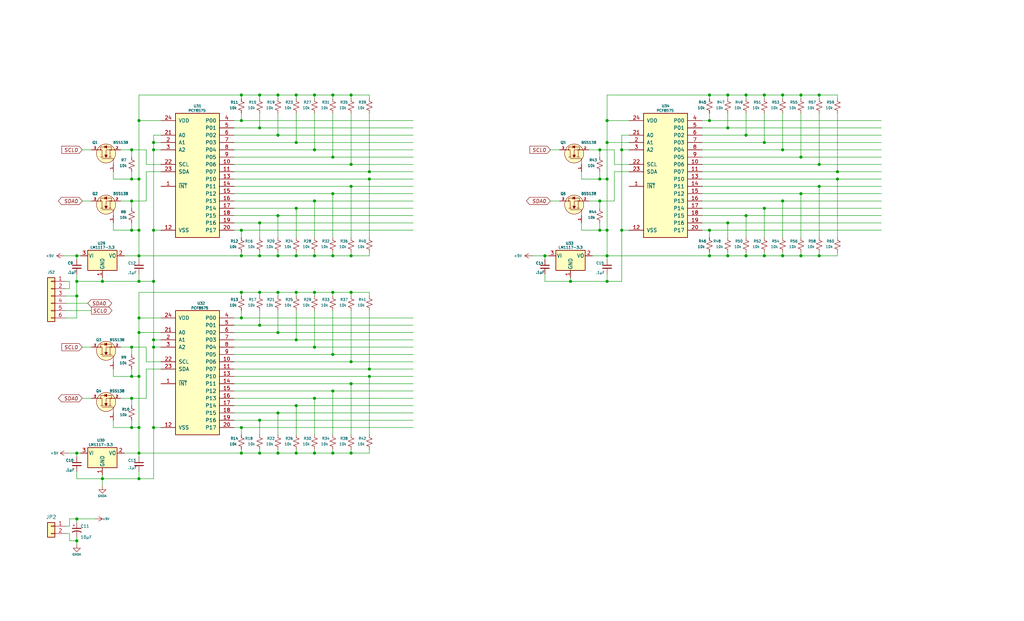
<source format=kicad_sch>
(kicad_sch (version 20250114) (generator "eeschema") (generator_version "9.0")
  (paper "USLegal")
  (title_block (title "Discrete Digital") (date "2025-01-16") (rev "1.8") (comment 1 "In Development "))
  (lib_symbols
    (symbol "Connector_Generic:Conn_01x02" (pin_names (offset 1.016) (hide yes))
      (property "Reference" "J" (at 0 2.54 0))
      (property "Value" "Conn_01x02" (at 0 -5.08 0))
      (symbol "Conn_01x02_1_1"
        (pin passive line (at -5.08 0 0) (length 3.81) (name "Pin_1") (number "1"))
        (pin passive line (at -5.08 -2.54 0) (length 3.81) (name "Pin_2") (number "2"))
      )
    )
    (symbol "Connector_Generic:Conn_01x06" (pin_names (offset 1.016) (hide yes))
      (property "Reference" "J" (at 0 7.62 0))
      (property "Value" "Conn_01x06" (at 0 -10.16 0))
      (symbol "Conn_01x06_1_1"
        (pin passive line (at -5.08 5.08 0) (length 3.81) (name "Pin_1") (number "1"))
        (pin passive line (at -5.08 2.54 0) (length 3.81) (name "Pin_2") (number "2"))
        (pin passive line (at -5.08 0 0) (length 3.81) (name "Pin_3") (number "3"))
        (pin passive line (at -5.08 -2.54 0) (length 3.81) (name "Pin_4") (number "4"))
        (pin passive line (at -5.08 -5.08 0) (length 3.81) (name "Pin_5") (number "5"))
        (pin passive line (at -5.08 -7.62 0) (length 3.81) (name "Pin_6") (number "6"))
      )
    )
    (symbol "Device:C_Polarized_Small_US" (pin_numbers (hide yes)) (pin_names (offset 0.254) (hide yes))
      (property "Reference" "C" (at 0.254 1.778 0))
      (property "Value" "C_Polarized_Small_US" (at 0.254 -2.032 0))
      (symbol "C_Polarized_Small_US_1_1"
        (pin passive line (at 0 2.54 270) (length 2.032) (name "~") (number "1"))
        (pin passive line (at 0 -2.54 90) (length 2.032) (name "~") (number "2"))
      )
    )
    (symbol "Device:C_Small" (pin_numbers (hide yes)) (pin_names (offset 0.254) (hide yes))
      (property "Reference" "C" (at 0.254 1.778 0))
      (property "Value" "C_Small" (at 0.254 -2.032 0))
      (symbol "C_Small_1_1"
        (pin passive line (at 0 2.54 270) (length 2.032) (name "~") (number "1"))
        (pin passive line (at 0 -2.54 90) (length 2.032) (name "~") (number "2"))
      )
    )
    (symbol "Device:R_Small_US" (pin_numbers (hide yes)) (pin_names (offset 0.254) (hide yes))
      (property "Reference" "R" (at 0.762 0.508 0))
      (property "Value" "R_Small_US" (at 0.762 -1.016 0))
      (symbol "R_Small_US_1_1"
        (pin passive line (at 0 2.54 270) (length 1.016) (name "~") (number "1"))
        (pin passive line (at 0 -2.54 90) (length 1.016) (name "~") (number "2"))
      )
    )
    (symbol "NXP:PCF8575" (pin_names (offset 1.016))
      (property "Reference" "U" (at 0 7.62 0))
      (property "Value" "PCF8575" (at 0 5.08 0))
      (symbol "PCF8575_1_1"
        (pin power_in line (at -12.7 0 0) (length 5.08) (name "VDD") (number "24"))
        (pin input line (at -12.7 -5.08 0) (length 5.08) (name "A0") (number "21"))
        (pin input line (at -12.7 -7.62 0) (length 5.08) (name "A1") (number "2"))
        (pin input line (at -12.7 -10.16 0) (length 5.08) (name "A2") (number "3"))
        (pin input line (at -12.7 -15.24 0) (length 5.08) (name "SCL") (number "22"))
        (pin open_collector line (at -12.7 -17.78 0) (length 5.08) (name "SDA") (number "23"))
        (pin open_collector line (at -12.7 -22.86 0) (length 5.08) (name "~{INT}") (number "1"))
        (pin power_in line (at -12.7 -38.1 0) (length 5.08) (name "VSS") (number "12"))
        (pin bidirectional line (at 12.7 0 180) (length 5.08) (name "P00") (number "4"))
        (pin bidirectional line (at 12.7 -2.54 180) (length 5.08) (name "P01") (number "5"))
        (pin bidirectional line (at 12.7 -5.08 180) (length 5.08) (name "P02") (number "6"))
        (pin bidirectional line (at 12.7 -7.62 180) (length 5.08) (name "P03") (number "7"))
        (pin bidirectional line (at 12.7 -10.16 180) (length 5.08) (name "P04") (number "8"))
        (pin bidirectional line (at 12.7 -12.7 180) (length 5.08) (name "P05") (number "9"))
        (pin bidirectional line (at 12.7 -15.24 180) (length 5.08) (name "P06") (number "10"))
        (pin bidirectional line (at 12.7 -17.78 180) (length 5.08) (name "P07") (number "11"))
        (pin bidirectional line (at 12.7 -20.32 180) (length 5.08) (name "P10") (number "13"))
        (pin bidirectional line (at 12.7 -22.86 180) (length 5.08) (name "P11") (number "14"))
        (pin bidirectional line (at 12.7 -25.4 180) (length 5.08) (name "P12") (number "15"))
        (pin bidirectional line (at 12.7 -27.94 180) (length 5.08) (name "P13") (number "16"))
        (pin bidirectional line (at 12.7 -30.48 180) (length 5.08) (name "P14") (number "17"))
        (pin bidirectional line (at 12.7 -33.02 180) (length 5.08) (name "P15") (number "18"))
        (pin bidirectional line (at 12.7 -35.56 180) (length 5.08) (name "P16") (number "19"))
        (pin bidirectional line (at 12.7 -38.1 180) (length 5.08) (name "P17") (number "20"))
      )
    )
    (symbol "Regulator_Linear:LM1117-3.3" (pin_names (offset 0.254))
      (property "Reference" "U" (at -3.81 3.175 0))
      (property "Value" "LM1117-3.3" (at 0 3.175 0))
      (symbol "LM1117-3.3_1_1"
        (pin power_in line (at -7.62 0 0) (length 2.54) (name "VI") (number "3"))
        (pin power_in line (at 0 -7.62 90) (length 2.54) (name "GND") (number "1"))
        (pin power_out line (at 7.62 0 180) (length 2.54) (name "VO") (number "2"))
      )
    )
    (symbol "dk_Transistors-FETs-MOSFETs-Single:BSS138" (pin_names (offset 0))
      (property "Reference" "Q?" (at -3.1496 -3.6576 90))
      (property "Value" "BSS138" (at -3.1496 4.4958 90))
      (symbol "BSS138_1_1"
        (pin bidirectional line (at -7.62 -2.54 0) (length 2.54) (name "") (number "1"))
        (pin bidirectional line (at 0 5.08 270) (length 2.54) (name "") (number "3"))
        (pin bidirectional line (at 0 -5.08 90) (length 2.54) (name "") (number "2"))
      )
    )
    (symbol "power:+12V" (power) (pin_names (offset 0))
      (property "Value" "+12V" (at 0 3.556 0))
      (symbol "+12V_1_1"
        (pin power_in line (at 0 0 90) (length 0) (hide yes) (name "+12V") (number "1"))
      )
    )
    (symbol "power:+5VD" (power) (pin_names (offset 0))
      (property "Value" "+5VD" (at 0 3.556 0))
      (symbol "+5VD_1_1"
        (pin power_in line (at 0 0 90) (length 0) (hide yes) (name "+5VD") (number "1"))
      )
    )
    (symbol "power:GNDA" (power) (pin_names (offset 0))
      (property "Value" "GNDA" (at 0 -3.81 0))
      (symbol "GNDA_1_1"
        (pin power_in line (at 0 0 270) (length 0) (hide yes) (name "GNDA") (number "1"))
      )
    )
  )
  (junction (at 215.9 52.07))
  (junction (at 83.82 88.9))
  (junction (at 48.26 110.49))
  (junction (at 210.82 97.79))
  (junction (at 290.83 59.69))
  (junction (at 96.52 101.6))
  (junction (at 115.57 135.89))
  (junction (at 259.08 74.93))
  (junction (at 48.26 166.37))
  (junction (at 271.78 69.85))
  (junction (at 83.82 41.91))
  (junction (at 26.67 157.48))
  (junction (at 45.72 138.43))
  (junction (at 90.17 146.05))
  (junction (at 208.28 80.01))
  (junction (at 96.52 74.93))
  (junction (at 246.38 80.01))
  (junction (at 271.78 52.07))
  (junction (at 45.72 69.85))
  (junction (at 109.22 120.65))
  (junction (at 45.72 130.81))
  (junction (at 210.82 80.01))
  (junction (at 96.52 46.99))
  (junction (at 53.34 80.01))
  (junction (at 215.9 80.01))
  (junction (at 96.52 88.9))
  (junction (at 102.87 101.6))
  (junction (at 45.72 80.01))
  (junction (at 48.26 157.48))
  (junction (at 128.27 130.81))
  (junction (at 96.52 157.48))
  (junction (at 121.92 133.35))
  (junction (at 128.27 59.69))
  (junction (at 115.57 54.61))
  (junction (at 83.82 148.59))
  (junction (at 208.28 52.07))
  (junction (at 208.28 69.85))
  (junction (at 128.27 62.23))
  (junction (at 109.22 69.85))
  (junction (at 265.43 72.39))
  (junction (at 83.82 101.6))
  (junction (at 290.83 62.23))
  (junction (at 115.57 123.19))
  (junction (at 26.67 187.96))
  (junction (at 83.82 110.49))
  (junction (at 121.92 101.6))
  (junction (at 53.34 148.59))
  (junction (at 96.52 115.57))
  (junction (at 121.92 157.48))
  (junction (at 48.26 97.79))
  (junction (at 115.57 67.31))
  (junction (at 115.57 88.9))
  (junction (at 48.26 148.59))
  (junction (at 53.34 97.79))
  (junction (at 109.22 33.02))
  (junction (at 271.78 33.02))
  (junction (at 121.92 88.9))
  (junction (at 121.92 33.02))
  (junction (at 259.08 33.02))
  (junction (at 109.22 157.48))
  (junction (at 53.34 49.53))
  (junction (at 265.43 49.53))
  (junction (at 102.87 49.53))
  (junction (at 102.87 140.97))
  (junction (at 109.22 101.6))
  (junction (at 48.26 130.81))
  (junction (at 115.57 157.48))
  (junction (at 278.13 54.61))
  (junction (at 102.87 88.9))
  (junction (at 252.73 88.9))
  (junction (at 109.22 52.07))
  (junction (at 265.43 33.02))
  (junction (at 96.52 33.02))
  (junction (at 109.22 138.43))
  (junction (at 259.08 46.99))
  (junction (at 210.82 62.23))
  (junction (at 252.73 33.02))
  (junction (at 210.82 49.53))
  (junction (at 45.72 62.23))
  (junction (at 48.26 62.23))
  (junction (at 53.34 120.65))
  (junction (at 210.82 88.9))
  (junction (at 246.38 41.91))
  (junction (at 246.38 88.9))
  (junction (at 26.67 102.87))
  (junction (at 284.48 33.02))
  (junction (at 90.17 88.9))
  (junction (at 90.17 113.03))
  (junction (at 278.13 67.31))
  (junction (at 90.17 101.6))
  (junction (at 90.17 157.48))
  (junction (at 35.56 166.37))
  (junction (at 90.17 77.47))
  (junction (at 45.72 148.59))
  (junction (at 48.26 80.01))
  (junction (at 198.12 97.79))
  (junction (at 128.27 128.27))
  (junction (at 115.57 33.02))
  (junction (at 284.48 88.9))
  (junction (at 121.92 125.73))
  (junction (at 26.67 97.79))
  (junction (at 90.17 33.02))
  (junction (at 53.34 52.07))
  (junction (at 189.23 88.9))
  (junction (at 265.43 88.9))
  (junction (at 284.48 64.77))
  (junction (at 48.26 41.91))
  (junction (at 259.08 88.9))
  (junction (at 48.26 115.57))
  (junction (at 45.72 120.65))
  (junction (at 278.13 33.02))
  (junction (at 53.34 118.11))
  (junction (at 252.73 44.45))
  (junction (at 278.13 88.9))
  (junction (at 210.82 41.91))
  (junction (at 246.38 33.02))
  (junction (at 26.67 88.9))
  (junction (at 121.92 64.77))
  (junction (at 102.87 118.11))
  (junction (at 83.82 33.02))
  (junction (at 252.73 77.47))
  (junction (at 284.48 57.15))
  (junction (at 208.28 62.23))
  (junction (at 96.52 143.51))
  (junction (at 102.87 33.02))
  (junction (at 83.82 80.01))
  (junction (at 35.56 97.79))
  (junction (at 102.87 72.39))
  (junction (at 271.78 88.9))
  (junction (at 26.67 180.34))
  (junction (at 115.57 101.6))
  (junction (at 102.87 157.48))
  (junction (at 45.72 52.07))
  (junction (at 83.82 157.48))
  (junction (at 109.22 88.9))
  (junction (at 121.92 57.15))
  (junction (at 48.26 88.9))
  (junction (at 90.17 44.45))
  (wire (pts (xy 96.52 107.95) (xy 96.52 115.57)))
  (wire (pts (xy 48.26 101.6) (xy 83.82 101.6)))
  (wire (pts (xy 210.82 97.79) (xy 215.9 97.79)))
  (wire (pts (xy 109.22 52.07) (xy 143.51 52.07)))
  (wire (pts (xy 81.28 133.35) (xy 121.92 133.35)))
  (wire (pts (xy 121.92 33.02) (xy 128.27 33.02)))
  (wire (pts (xy 81.28 143.51) (xy 96.52 143.51)))
  (wire (pts (xy 102.87 33.02) (xy 102.87 34.29)))
  (wire (pts (xy 83.82 80.01) (xy 143.51 80.01)))
  (wire (pts (xy 121.92 87.63) (xy 121.92 88.9)))
  (wire (pts (xy 53.34 80.01) (xy 53.34 97.79)))
  (wire (pts (xy 96.52 115.57) (xy 143.51 115.57)))
  (wire (pts (xy 259.08 87.63) (xy 259.08 88.9)))
  (wire (pts (xy 115.57 135.89) (xy 143.51 135.89)))
  (wire (pts (xy 81.28 59.69) (xy 128.27 59.69)))
  (wire (pts (xy 26.67 187.96) (xy 26.67 189.23)))
  (wire (pts (xy 102.87 118.11) (xy 143.51 118.11)))
  (wire (pts (xy 90.17 101.6) (xy 96.52 101.6)))
  (wire (pts (xy 31.75 120.65) (xy 28.575 120.65)))
  (wire (pts (xy 26.67 158.75) (xy 26.67 157.48)))
  (wire (pts (xy 45.72 130.81) (xy 48.26 130.81)))
  (wire (pts (xy 128.27 59.69) (xy 143.51 59.69)))
  (wire (pts (xy 45.72 130.81) (xy 39.37 130.81)))
  (wire (pts (xy 109.22 69.85) (xy 143.51 69.85)))
  (wire (pts (xy 189.23 95.25) (xy 189.23 97.79)))
  (wire (pts (xy 53.34 118.11) (xy 55.88 118.11)))
  (wire (pts (xy 81.28 44.45) (xy 90.17 44.45)))
  (wire (pts (xy 53.34 46.99) (xy 55.88 46.99)))
  (wire (pts (xy 189.23 90.17) (xy 189.23 88.9)))
  (wire (pts (xy 81.28 130.81) (xy 128.27 130.81)))
  (wire (pts (xy 83.82 101.6) (xy 90.17 101.6)))
  (wire (pts (xy 243.84 77.47) (xy 252.73 77.47)))
  (wire (pts (xy 115.57 87.63) (xy 115.57 88.9)))
  (wire (pts (xy 215.9 46.99) (xy 218.44 46.99)))
  (wire (pts (xy 102.87 140.97) (xy 102.87 151.13)))
  (wire (pts (xy 121.92 156.21) (xy 121.92 157.48)))
  (wire (pts (xy 215.9 52.07) (xy 215.9 80.01)))
  (wire (pts (xy 83.82 107.95) (xy 83.82 110.49)))
  (wire (pts (xy 210.82 33.02) (xy 210.82 41.91)))
  (wire (pts (xy 102.87 72.39) (xy 143.51 72.39)))
  (wire (pts (xy 39.37 146.05) (xy 39.37 148.59)))
  (wire (pts (xy 81.28 74.93) (xy 96.52 74.93)))
  (wire (pts (xy 109.22 157.48) (xy 115.57 157.48)))
  (wire (pts (xy 128.27 33.02) (xy 128.27 34.29)))
  (wire (pts (xy 198.12 97.79) (xy 210.82 97.79)))
  (wire (pts (xy 243.84 69.85) (xy 271.78 69.85)))
  (wire (pts (xy 121.92 64.77) (xy 121.92 82.55)))
  (wire (pts (xy 102.87 101.6) (xy 102.87 102.87)))
  (wire (pts (xy 210.82 41.91) (xy 218.44 41.91)))
  (wire (pts (xy 191.135 69.85) (xy 194.31 69.85)))
  (wire (pts (xy 102.87 101.6) (xy 109.22 101.6)))
  (wire (pts (xy 24.13 187.96) (xy 26.67 187.96)))
  (wire (pts (xy 39.37 128.27) (xy 39.37 130.81)))
  (wire (pts (xy 115.57 135.89) (xy 115.57 151.13)))
  (wire (pts (xy 81.28 113.03) (xy 90.17 113.03)))
  (wire (pts (xy 45.72 148.59) (xy 39.37 148.59)))
  (wire (pts (xy 208.28 52.07) (xy 213.36 52.07)))
  (wire (pts (xy 22.86 107.95) (xy 31.75 107.95)))
  (wire (pts (xy 243.84 64.77) (xy 284.48 64.77)))
  (wire (pts (xy 81.28 41.91) (xy 83.82 41.91)))
  (wire (pts (xy 45.72 120.65) (xy 45.72 123.19)))
  (wire (pts (xy 22.86 100.33) (xy 24.13 100.33)))
  (wire (pts (xy 218.44 59.69) (xy 213.36 59.69)))
  (wire (pts (xy 45.72 128.27) (xy 45.72 130.81)))
  (wire (pts (xy 45.72 62.23) (xy 48.26 62.23)))
  (wire (pts (xy 53.34 80.01) (xy 55.88 80.01)))
  (wire (pts (xy 26.67 95.25) (xy 26.67 97.79)))
  (wire (pts (xy 128.27 130.81) (xy 128.27 151.13)))
  (wire (pts (xy 48.26 166.37) (xy 53.34 166.37)))
  (wire (pts (xy 121.92 107.95) (xy 121.92 125.73)))
  (wire (pts (xy 24.13 97.79) (xy 22.86 97.79)))
  (wire (pts (xy 278.13 34.29) (xy 278.13 33.02)))
  (wire (pts (xy 81.28 46.99) (xy 96.52 46.99)))
  (wire (pts (xy 102.87 157.48) (xy 109.22 157.48)))
  (wire (pts (xy 252.73 82.55) (xy 252.73 77.47)))
  (wire (pts (xy 243.84 44.45) (xy 252.73 44.45)))
  (wire (pts (xy 121.92 33.02) (xy 121.92 34.29)))
  (wire (pts (xy 24.13 182.88) (xy 24.13 180.34)))
  (wire (pts (xy 45.72 80.01) (xy 48.26 80.01)))
  (wire (pts (xy 252.73 39.37) (xy 252.73 44.45)))
  (wire (pts (xy 81.28 80.01) (xy 83.82 80.01)))
  (wire (pts (xy 189.23 88.9) (xy 190.5 88.9)))
  (wire (pts (xy 210.82 33.02) (xy 246.38 33.02)))
  (wire (pts (xy 90.17 88.9) (xy 96.52 88.9)))
  (wire (pts (xy 83.82 87.63) (xy 83.82 88.9)))
  (wire (pts (xy 284.48 88.9) (xy 290.83 88.9)))
  (wire (pts (xy 48.26 97.79) (xy 48.26 95.25)))
  (wire (pts (xy 90.17 146.05) (xy 143.51 146.05)))
  (wire (pts (xy 265.43 33.02) (xy 271.78 33.02)))
  (wire (pts (xy 265.43 49.53) (xy 306.07 49.53)))
  (wire (pts (xy 290.83 33.02) (xy 290.83 34.29)))
  (wire (pts (xy 102.87 33.02) (xy 109.22 33.02)))
  (wire (pts (xy 278.13 39.37) (xy 278.13 54.61)))
  (wire (pts (xy 109.22 120.65) (xy 143.51 120.65)))
  (wire (pts (xy 243.84 62.23) (xy 290.83 62.23)))
  (wire (pts (xy 246.38 87.63) (xy 246.38 88.9)))
  (wire (pts (xy 35.56 96.52) (xy 35.56 97.79)))
  (wire (pts (xy 201.93 80.01) (xy 208.28 80.01)))
  (wire (pts (xy 278.13 33.02) (xy 284.48 33.02)))
  (wire (pts (xy 24.13 97.79) (xy 24.13 100.33)))
  (wire (pts (xy 243.84 57.15) (xy 284.48 57.15)))
  (wire (pts (xy 109.22 156.21) (xy 109.22 157.48)))
  (wire (pts (xy 96.52 157.48) (xy 102.87 157.48)))
  (wire (pts (xy 115.57 107.95) (xy 115.57 123.19)))
  (wire (pts (xy 109.22 88.9) (xy 115.57 88.9)))
  (wire (pts (xy 35.56 165.1) (xy 35.56 166.37)))
  (wire (pts (xy 45.72 120.65) (xy 41.91 120.65)))
  (wire (pts (xy 83.82 33.02) (xy 90.17 33.02)))
  (wire (pts (xy 252.73 33.02) (xy 259.08 33.02)))
  (wire (pts (xy 81.28 77.47) (xy 90.17 77.47)))
  (wire (pts (xy 22.86 105.41) (xy 30.48 105.41)))
  (wire (pts (xy 26.67 97.79) (xy 26.67 102.87)))
  (wire (pts (xy 284.48 33.02) (xy 290.83 33.02)))
  (wire (pts (xy 290.83 62.23) (xy 290.83 82.55)))
  (wire (pts (xy 243.84 80.01) (xy 246.38 80.01)))
  (wire (pts (xy 271.78 52.07) (xy 306.07 52.07)))
  (wire (pts (xy 213.36 52.07) (xy 213.36 57.15)))
  (wire (pts (xy 121.92 133.35) (xy 121.92 151.13)))
  (wire (pts (xy 48.26 110.49) (xy 48.26 115.57)))
  (wire (pts (xy 259.08 46.99) (xy 306.07 46.99)))
  (wire (pts (xy 53.34 120.65) (xy 53.34 148.59)))
  (wire (pts (xy 81.28 62.23) (xy 128.27 62.23)))
  (wire (pts (xy 39.37 62.23) (xy 45.72 62.23)))
  (wire (pts (xy 26.67 163.83) (xy 26.67 166.37)))
  (wire (pts (xy 53.34 49.53) (xy 53.34 52.07)))
  (wire (pts (xy 53.34 120.65) (xy 55.88 120.65)))
  (wire (pts (xy 50.8 57.15) (xy 55.88 57.15)))
  (wire (pts (xy 83.82 39.37) (xy 83.82 41.91)))
  (wire (pts (xy 259.08 74.93) (xy 306.07 74.93)))
  (wire (pts (xy 205.74 88.9) (xy 210.82 88.9)))
  (wire (pts (xy 102.87 156.21) (xy 102.87 157.48)))
  (wire (pts (xy 90.17 151.13) (xy 90.17 146.05)))
  (wire (pts (xy 53.34 52.07) (xy 55.88 52.07)))
  (wire (pts (xy 115.57 157.48) (xy 121.92 157.48)))
  (wire (pts (xy 48.26 33.02) (xy 83.82 33.02)))
  (wire (pts (xy 81.28 54.61) (xy 115.57 54.61)))
  (wire (pts (xy 81.28 115.57) (xy 96.52 115.57)))
  (wire (pts (xy 115.57 156.21) (xy 115.57 157.48)))
  (wire (pts (xy 243.84 59.69) (xy 290.83 59.69)))
  (wire (pts (xy 31.75 138.43) (xy 28.575 138.43)))
  (wire (pts (xy 48.26 33.02) (xy 48.26 41.91)))
  (wire (pts (xy 50.8 120.65) (xy 50.8 125.73)))
  (wire (pts (xy 50.8 125.73) (xy 55.88 125.73)))
  (wire (pts (xy 201.93 59.69) (xy 201.93 62.23)))
  (wire (pts (xy 81.28 67.31) (xy 115.57 67.31)))
  (wire (pts (xy 128.27 87.63) (xy 128.27 88.9)))
  (wire (pts (xy 96.52 74.93) (xy 143.51 74.93)))
  (wire (pts (xy 41.91 52.07) (xy 45.72 52.07)))
  (wire (pts (xy 28.575 52.07) (xy 31.75 52.07)))
  (wire (pts (xy 83.82 148.59) (xy 83.82 151.13)))
  (wire (pts (xy 215.9 80.01) (xy 215.9 97.79)))
  (wire (pts (xy 201.93 62.23) (xy 208.28 62.23)))
  (wire (pts (xy 43.18 88.9) (xy 48.26 88.9)))
  (wire (pts (xy 265.43 87.63) (xy 265.43 88.9)))
  (wire (pts (xy 48.26 97.79) (xy 53.34 97.79)))
  (wire (pts (xy 35.56 97.79) (xy 48.26 97.79)))
  (wire (pts (xy 265.43 39.37) (xy 265.43 49.53)))
  (wire (pts (xy 278.13 54.61) (xy 306.07 54.61)))
  (wire (pts (xy 81.28 49.53) (xy 102.87 49.53)))
  (wire (pts (xy 45.72 138.43) (xy 50.8 138.43)))
  (wire (pts (xy 115.57 34.29) (xy 115.57 33.02)))
  (wire (pts (xy 271.78 34.29) (xy 271.78 33.02)))
  (wire (pts (xy 252.73 44.45) (xy 306.07 44.45)))
  (wire (pts (xy 121.92 39.37) (xy 121.92 57.15)))
  (wire (pts (xy 243.84 72.39) (xy 265.43 72.39)))
  (wire (pts (xy 115.57 67.31) (xy 143.51 67.31)))
  (wire (pts (xy 121.92 133.35) (xy 143.51 133.35)))
  (wire (pts (xy 48.26 80.01) (xy 48.26 62.23)))
  (wire (pts (xy 26.67 88.9) (xy 27.94 88.9)))
  (wire (pts (xy 121.92 157.48) (xy 128.27 157.48)))
  (wire (pts (xy 96.52 143.51) (xy 96.52 151.13)))
  (wire (pts (xy 83.82 34.29) (xy 83.82 33.02)))
  (wire (pts (xy 290.83 87.63) (xy 290.83 88.9)))
  (wire (pts (xy 128.27 62.23) (xy 128.27 82.55)))
  (wire (pts (xy 53.34 97.79) (xy 53.34 118.11)))
  (wire (pts (xy 265.43 88.9) (xy 271.78 88.9)))
  (wire (pts (xy 96.52 101.6) (xy 96.52 102.87)))
  (wire (pts (xy 201.93 77.47) (xy 201.93 80.01)))
  (wire (pts (xy 259.08 74.93) (xy 259.08 82.55)))
  (wire (pts (xy 115.57 33.02) (xy 121.92 33.02)))
  (wire (pts (xy 243.84 74.93) (xy 259.08 74.93)))
  (wire (pts (xy 45.72 138.43) (xy 41.91 138.43)))
  (wire (pts (xy 90.17 157.48) (xy 96.52 157.48)))
  (wire (pts (xy 81.28 72.39) (xy 102.87 72.39)))
  (wire (pts (xy 271.78 69.85) (xy 306.07 69.85)))
  (wire (pts (xy 22.86 182.88) (xy 24.13 182.88)))
  (wire (pts (xy 81.28 138.43) (xy 109.22 138.43)))
  (wire (pts (xy 246.38 34.29) (xy 246.38 33.02)))
  (wire (pts (xy 210.82 90.17) (xy 210.82 88.9)))
  (wire (pts (xy 290.83 39.37) (xy 290.83 59.69)))
  (wire (pts (xy 115.57 123.19) (xy 143.51 123.19)))
  (wire (pts (xy 102.87 39.37) (xy 102.87 49.53)))
  (wire (pts (xy 96.52 46.99) (xy 143.51 46.99)))
  (wire (pts (xy 45.72 120.65) (xy 50.8 120.65)))
  (wire (pts (xy 265.43 72.39) (xy 306.07 72.39)))
  (wire (pts (xy 128.27 107.95) (xy 128.27 128.27)))
  (wire (pts (xy 109.22 33.02) (xy 115.57 33.02)))
  (wire (pts (xy 259.08 39.37) (xy 259.08 46.99)))
  (wire (pts (xy 243.84 49.53) (xy 265.43 49.53)))
  (wire (pts (xy 45.72 52.07) (xy 50.8 52.07)))
  (wire (pts (xy 284.48 64.77) (xy 284.48 82.55)))
  (wire (pts (xy 208.28 80.01) (xy 210.82 80.01)))
  (wire (pts (xy 83.82 110.49) (xy 143.51 110.49)))
  (wire (pts (xy 26.67 97.79) (xy 35.56 97.79)))
  (wire (pts (xy 41.91 69.85) (xy 45.72 69.85)))
  (wire (pts (xy 81.28 125.73) (xy 121.92 125.73)))
  (wire (pts (xy 243.84 52.07) (xy 271.78 52.07)))
  (wire (pts (xy 290.83 59.69) (xy 306.07 59.69)))
  (wire (pts (xy 26.67 186.69) (xy 26.67 187.96)))
  (wire (pts (xy 48.26 115.57) (xy 55.88 115.57)))
  (wire (pts (xy 128.27 39.37) (xy 128.27 59.69)))
  (wire (pts (xy 252.73 33.02) (xy 252.73 34.29)))
  (wire (pts (xy 109.22 34.29) (xy 109.22 33.02)))
  (wire (pts (xy 121.92 64.77) (xy 143.51 64.77)))
  (wire (pts (xy 22.86 102.87) (xy 26.67 102.87)))
  (wire (pts (xy 48.26 157.48) (xy 43.18 157.48)))
  (wire (pts (xy 102.87 87.63) (xy 102.87 88.9)))
  (wire (pts (xy 246.38 41.91) (xy 306.07 41.91)))
  (wire (pts (xy 90.17 156.21) (xy 90.17 157.48)))
  (wire (pts (xy 208.28 69.85) (xy 208.28 72.39)))
  (wire (pts (xy 213.36 59.69) (xy 213.36 69.85)))
  (wire (pts (xy 198.12 96.52) (xy 198.12 97.79)))
  (wire (pts (xy 208.28 69.85) (xy 213.36 69.85)))
  (wire (pts (xy 109.22 102.87) (xy 109.22 101.6)))
  (wire (pts (xy 243.84 46.99) (xy 259.08 46.99)))
  (wire (pts (xy 210.82 88.9) (xy 246.38 88.9)))
  (wire (pts (xy 243.84 41.91) (xy 246.38 41.91)))
  (wire (pts (xy 215.9 80.01) (xy 218.44 80.01)))
  (wire (pts (xy 121.92 125.73) (xy 143.51 125.73)))
  (wire (pts (xy 102.87 49.53) (xy 143.51 49.53)))
  (wire (pts (xy 284.48 64.77) (xy 306.07 64.77)))
  (wire (pts (xy 252.73 77.47) (xy 306.07 77.47)))
  (wire (pts (xy 45.72 146.05) (xy 45.72 148.59)))
  (wire (pts (xy 96.52 33.02) (xy 102.87 33.02)))
  (wire (pts (xy 246.38 88.9) (xy 252.73 88.9)))
  (wire (pts (xy 81.28 135.89) (xy 115.57 135.89)))
  (wire (pts (xy 210.82 80.01) (xy 210.82 62.23)))
  (wire (pts (xy 45.72 69.85) (xy 45.72 72.39)))
  (wire (pts (xy 208.28 62.23) (xy 210.82 62.23)))
  (wire (pts (xy 48.26 130.81) (xy 48.26 148.59)))
  (wire (pts (xy 246.38 39.37) (xy 246.38 41.91)))
  (wire (pts (xy 27.94 157.48) (xy 26.67 157.48)))
  (wire (pts (xy 265.43 72.39) (xy 265.43 82.55)))
  (wire (pts (xy 128.27 128.27) (xy 143.51 128.27)))
  (wire (pts (xy 109.22 101.6) (xy 115.57 101.6)))
  (wire (pts (xy 90.17 101.6) (xy 90.17 102.87)))
  (wire (pts (xy 184.785 88.9) (xy 189.23 88.9)))
  (wire (pts (xy 290.83 62.23) (xy 306.07 62.23)))
  (wire (pts (xy 243.84 67.31) (xy 278.13 67.31)))
  (wire (pts (xy 39.37 59.69) (xy 39.37 62.23)))
  (wire (pts (xy 48.26 110.49) (xy 55.88 110.49)))
  (wire (pts (xy 48.26 157.48) (xy 83.82 157.48)))
  (wire (pts (xy 90.17 77.47) (xy 143.51 77.47)))
  (wire (pts (xy 26.67 102.87) (xy 26.67 110.49)))
  (wire (pts (xy 102.87 88.9) (xy 109.22 88.9)))
  (wire (pts (xy 128.27 101.6) (xy 128.27 102.87)))
  (wire (pts (xy 115.57 67.31) (xy 115.57 82.55)))
  (wire (pts (xy 55.88 59.69) (xy 50.8 59.69)))
  (wire (pts (xy 284.48 57.15) (xy 306.07 57.15)))
  (wire (pts (xy 26.67 180.34) (xy 33.02 180.34)))
  (wire (pts (xy 191.135 52.07) (xy 194.31 52.07)))
  (wire (pts (xy 48.26 41.91) (xy 55.88 41.91)))
  (wire (pts (xy 23.495 157.48) (xy 26.67 157.48)))
  (wire (pts (xy 215.9 46.99) (xy 215.9 52.07)))
  (wire (pts (xy 53.34 118.11) (xy 53.34 120.65)))
  (wire (pts (xy 109.22 87.63) (xy 109.22 88.9)))
  (wire (pts (xy 24.13 185.42) (xy 24.13 187.96)))
  (wire (pts (xy 35.56 166.37) (xy 35.56 168.91)))
  (wire (pts (xy 45.72 69.85) (xy 50.8 69.85)))
  (wire (pts (xy 271.78 88.9) (xy 278.13 88.9)))
  (wire (pts (xy 53.34 148.59) (xy 53.34 166.37)))
  (wire (pts (xy 45.72 148.59) (xy 48.26 148.59)))
  (wire (pts (xy 210.82 80.01) (xy 210.82 88.9)))
  (wire (pts (xy 22.86 185.42) (xy 24.13 185.42)))
  (wire (pts (xy 48.26 41.91) (xy 48.26 62.23)))
  (wire (pts (xy 48.26 88.9) (xy 83.82 88.9)))
  (wire (pts (xy 246.38 80.01) (xy 246.38 82.55)))
  (wire (pts (xy 24.13 180.34) (xy 26.67 180.34)))
  (wire (pts (xy 53.34 49.53) (xy 55.88 49.53)))
  (wire (pts (xy 45.72 138.43) (xy 45.72 140.97)))
  (wire (pts (xy 96.52 101.6) (xy 102.87 101.6)))
  (wire (pts (xy 96.52 156.21) (xy 96.52 157.48)))
  (wire (pts (xy 115.57 39.37) (xy 115.57 54.61)))
  (wire (pts (xy 48.26 80.01) (xy 48.26 88.9)))
  (wire (pts (xy 102.87 140.97) (xy 143.51 140.97)))
  (wire (pts (xy 246.38 80.01) (xy 306.07 80.01)))
  (wire (pts (xy 208.28 52.07) (xy 208.28 54.61)))
  (wire (pts (xy 39.37 80.01) (xy 45.72 80.01)))
  (wire (pts (xy 252.73 88.9) (xy 259.08 88.9)))
  (wire (pts (xy 128.27 62.23) (xy 143.51 62.23)))
  (wire (pts (xy 252.73 87.63) (xy 252.73 88.9)))
  (wire (pts (xy 48.26 90.17) (xy 48.26 88.9)))
  (wire (pts (xy 96.52 143.51) (xy 143.51 143.51)))
  (wire (pts (xy 53.34 148.59) (xy 55.88 148.59)))
  (wire (pts (xy 208.28 77.47) (xy 208.28 80.01)))
  (wire (pts (xy 53.34 46.99) (xy 53.34 49.53)))
  (wire (pts (xy 259.08 88.9) (xy 265.43 88.9)))
  (wire (pts (xy 83.82 156.21) (xy 83.82 157.48)))
  (wire (pts (xy 121.92 88.9) (xy 128.27 88.9)))
  (wire (pts (xy 45.72 77.47) (xy 45.72 80.01)))
  (wire (pts (xy 96.52 74.93) (xy 96.52 82.55)))
  (wire (pts (xy 278.13 87.63) (xy 278.13 88.9)))
  (wire (pts (xy 83.82 41.91) (xy 143.51 41.91)))
  (wire (pts (xy 109.22 39.37) (xy 109.22 52.07)))
  (wire (pts (xy 271.78 87.63) (xy 271.78 88.9)))
  (wire (pts (xy 48.26 158.75) (xy 48.26 157.48)))
  (wire (pts (xy 35.56 166.37) (xy 26.67 166.37)))
  (wire (pts (xy 284.48 39.37) (xy 284.48 57.15)))
  (wire (pts (xy 210.82 97.79) (xy 210.82 95.25)))
  (wire (pts (xy 204.47 52.07) (xy 208.28 52.07)))
  (wire (pts (xy 90.17 107.95) (xy 90.17 113.03)))
  (wire (pts (xy 50.8 52.07) (xy 50.8 57.15)))
  (wire (pts (xy 83.82 80.01) (xy 83.82 82.55)))
  (wire (pts (xy 90.17 82.55) (xy 90.17 77.47)))
  (wire (pts (xy 90.17 87.63) (xy 90.17 88.9)))
  (wire (pts (xy 90.17 44.45) (xy 143.51 44.45)))
  (wire (pts (xy 22.86 110.49) (xy 26.67 110.49)))
  (wire (pts (xy 109.22 138.43) (xy 109.22 151.13)))
  (wire (pts (xy 81.28 146.05) (xy 90.17 146.05)))
  (wire (pts (xy 102.87 72.39) (xy 102.87 82.55)))
  (wire (pts (xy 50.8 59.69) (xy 50.8 69.85)))
  (wire (pts (xy 81.28 64.77) (xy 121.92 64.77)))
  (wire (pts (xy 90.17 39.37) (xy 90.17 44.45)))
  (wire (pts (xy 90.17 33.02) (xy 90.17 34.29)))
  (wire (pts (xy 115.57 54.61) (xy 143.51 54.61)))
  (wire (pts (xy 265.43 33.02) (xy 265.43 34.29)))
  (wire (pts (xy 96.52 87.63) (xy 96.52 88.9)))
  (wire (pts (xy 246.38 33.02) (xy 252.73 33.02)))
  (wire (pts (xy 83.82 102.87) (xy 83.82 101.6)))
  (wire (pts (xy 81.28 52.07) (xy 109.22 52.07)))
  (wire (pts (xy 115.57 101.6) (xy 121.92 101.6)))
  (wire (pts (xy 109.22 107.95) (xy 109.22 120.65)))
  (wire (pts (xy 83.82 148.59) (xy 143.51 148.59)))
  (wire (pts (xy 90.17 113.03) (xy 143.51 113.03)))
  (wire (pts (xy 55.88 128.27) (xy 50.8 128.27)))
  (wire (pts (xy 271.78 33.02) (xy 278.13 33.02)))
  (wire (pts (xy 121.92 101.6) (xy 121.92 102.87)))
  (wire (pts (xy 48.26 166.37) (xy 48.26 163.83)))
  (wire (pts (xy 243.84 54.61) (xy 278.13 54.61)))
  (wire (pts (xy 115.57 88.9) (xy 121.92 88.9)))
  (wire (pts (xy 48.26 115.57) (xy 48.26 130.81)))
  (wire (pts (xy 81.28 128.27) (xy 128.27 128.27)))
  (wire (pts (xy 48.26 166.37) (xy 35.56 166.37)))
  (wire (pts (xy 81.28 110.49) (xy 83.82 110.49)))
  (wire (pts (xy 96.52 88.9) (xy 102.87 88.9)))
  (wire (pts (xy 81.28 118.11) (xy 102.87 118.11)))
  (wire (pts (xy 28.575 69.85) (xy 31.75 69.85)))
  (wire (pts (xy 83.82 88.9) (xy 90.17 88.9)))
  (wire (pts (xy 96.52 39.37) (xy 96.52 46.99)))
  (wire (pts (xy 210.82 49.53) (xy 210.82 62.23)))
  (wire (pts (xy 213.36 57.15) (xy 218.44 57.15)))
  (wire (pts (xy 204.47 69.85) (xy 208.28 69.85)))
  (wire (pts (xy 210.82 49.53) (xy 218.44 49.53)))
  (wire (pts (xy 81.28 69.85) (xy 109.22 69.85)))
  (wire (pts (xy 48.26 148.59) (xy 48.26 157.48)))
  (wire (pts (xy 109.22 138.43) (xy 143.51 138.43)))
  (wire (pts (xy 26.67 181.61) (xy 26.67 180.34)))
  (wire (pts (xy 271.78 69.85) (xy 271.78 82.55)))
  (wire (pts (xy 81.28 57.15) (xy 121.92 57.15)))
  (wire (pts (xy 96.52 33.02) (xy 96.52 34.29)))
  (wire (pts (xy 284.48 87.63) (xy 284.48 88.9)))
  (wire (pts (xy 128.27 156.21) (xy 128.27 157.48)))
  (wire (pts (xy 90.17 33.02) (xy 96.52 33.02)))
  (wire (pts (xy 259.08 33.02) (xy 265.43 33.02)))
  (wire (pts (xy 39.37 77.47) (xy 39.37 80.01)))
  (wire (pts (xy 26.67 90.17) (xy 26.67 88.9)))
  (wire (pts (xy 109.22 69.85) (xy 109.22 82.55)))
  (wire (pts (xy 83.82 157.48) (xy 90.17 157.48)))
  (wire (pts (xy 22.225 88.9) (xy 26.67 88.9)))
  (wire (pts (xy 45.72 59.69) (xy 45.72 62.23)))
  (wire (pts (xy 81.28 120.65) (xy 109.22 120.65)))
  (wire (pts (xy 81.28 148.59) (xy 83.82 148.59)))
  (wire (pts (xy 128.27 130.81) (xy 143.51 130.81)))
  (wire (pts (xy 81.28 140.97) (xy 102.87 140.97)))
  (wire (pts (xy 53.34 52.07) (xy 53.34 80.01)))
  (wire (pts (xy 208.28 59.69) (xy 208.28 62.23)))
  (wire (pts (xy 284.48 33.02) (xy 284.48 34.29)))
  (wire (pts (xy 215.9 52.07) (xy 218.44 52.07)))
  (wire (pts (xy 278.13 88.9) (xy 284.48 88.9)))
  (wire (pts (xy 48.26 110.49) (xy 48.26 101.6)))
  (wire (pts (xy 102.87 107.95) (xy 102.87 118.11)))
  (wire (pts (xy 271.78 39.37) (xy 271.78 52.07)))
  (wire (pts (xy 50.8 128.27) (xy 50.8 138.43)))
  (wire (pts (xy 259.08 33.02) (xy 259.08 34.29)))
  (wire (pts (xy 121.92 101.6) (xy 128.27 101.6)))
  (wire (pts (xy 189.23 97.79) (xy 198.12 97.79)))
  (wire (pts (xy 121.92 57.15) (xy 143.51 57.15)))
  (wire (pts (xy 278.13 67.31) (xy 306.07 67.31)))
  (wire (pts (xy 81.28 123.19) (xy 115.57 123.19)))
  (wire (pts (xy 115.57 102.87) (xy 115.57 101.6)))
  (wire (pts (xy 45.72 52.07) (xy 45.72 54.61)))
  (wire (pts (xy 278.13 67.31) (xy 278.13 82.55)))
  (wire (pts (xy 210.82 41.91) (xy 210.82 49.53)))
  (global_label "SDA0" (shape bidirectional) (at 191.135 69.85 180) (effects (font (italic yes))) (property "Intersheetrefs" "${INTERSHEET_REFS}" (effects (hide yes))))
  (global_label "SCL0" (shape output) (at 31.75 107.95 0) (effects (font (italic yes))) (property "Intersheetrefs" "${INTERSHEET_REFS}" (effects (hide yes))))
  (global_label "SDA0" (shape bidirectional) (at 28.575 69.85 180) (effects (font (italic yes))) (property "Intersheetrefs" "${INTERSHEET_REFS}" (effects (hide yes))))
  (global_label "SCL0" (shape input) (at 191.135 52.07 180) (effects (font (italic yes))) (property "Intersheetrefs" "${INTERSHEET_REFS}" (effects (hide yes))))
  (global_label "SDA0" (shape bidirectional) (at 30.48 105.41 0) (effects (font (italic yes))) (property "Intersheetrefs" "${INTERSHEET_REFS}" (effects (hide yes))))
  (global_label "SDA0" (shape bidirectional) (at 28.575 138.43 180) (effects (font (italic yes))) (property "Intersheetrefs" "${INTERSHEET_REFS}" (effects (hide yes))))
  (global_label "SCL0" (shape input) (at 28.575 52.07 180) (effects (font (italic yes))) (property "Intersheetrefs" "${INTERSHEET_REFS}" (effects (hide yes))))
  (global_label "SCL0" (shape input) (at 28.575 120.65 180) (effects (font (italic yes))) (property "Intersheetrefs" "${INTERSHEET_REFS}" (effects (hide yes))))
  (symbol (lib_id "Device:R_Small_US") (at 128.27 105.41 0) (unit 1)
    (property "Reference" "R41" (at 124.46 104.14 0) (effects (font (size 0.889 0.889)) (justify left)))
    (property "Value" "10k" (at 124.1298 106.0704 0) (effects (font (size 0.889 0.889)) (justify left)))
  )
  (symbol (lib_id "Device:C_Small") (at 210.82 92.71 0) (unit 1)
    (property "Reference" "C15" (at 207.01 91.44 0) (effects (font (size 0.889 0.889)) (justify left)))
    (property "Value" ".1µF" (at 206.9338 94.742 0) (effects (font (size 0.889 0.889)) (justify left)))
  )
  (symbol (lib_id "Device:R_Small_US") (at 83.82 105.41 0) (unit 1)
    (property "Reference" "R13" (at 80.01 104.14 0) (effects (font (size 0.889 0.889)) (justify left)))
    (property "Value" "10k" (at 79.6798 106.0704 0) (effects (font (size 0.889 0.889)) (justify left)))
  )
  (symbol (lib_id "Device:R_Small_US") (at 96.52 105.41 0) (unit 1)
    (property "Reference" "R21" (at 92.71 104.14 0) (effects (font (size 0.889 0.889)) (justify left)))
    (property "Value" "10k" (at 92.3798 106.0704 0) (effects (font (size 0.889 0.889)) (justify left)))
  )
  (symbol (lib_id "Device:R_Small_US") (at 115.57 85.09 0) (unit 1)
    (property "Reference" "R32" (at 111.76 83.82 0) (effects (font (size 0.889 0.889)) (justify left)))
    (property "Value" "10k" (at 111.4298 85.7504 0) (effects (font (size 0.889 0.889)) (justify left)))
  )
  (symbol (lib_id "Device:R_Small_US") (at 265.43 36.83 0) (unit 1)
    (property "Reference" "R51" (at 261.62 35.56 0) (effects (font (size 0.889 0.889)) (justify left)))
    (property "Value" "10k" (at 261.2898 37.4904 0) (effects (font (size 0.889 0.889)) (justify left)))
  )
  (symbol (lib_id "Device:R_Small_US") (at 252.73 36.83 0) (unit 1)
    (property "Reference" "R47" (at 248.92 35.56 0) (effects (font (size 0.889 0.889)) (justify left)))
    (property "Value" "10k" (at 248.5898 37.4904 0) (effects (font (size 0.889 0.889)) (justify left)))
  )
  (symbol (lib_id "Device:R_Small_US") (at 259.08 36.83 0) (unit 1)
    (property "Reference" "R49" (at 255.27 35.56 0) (effects (font (size 0.889 0.889)) (justify left)))
    (property "Value" "10k" (at 254.9398 37.4904 0) (effects (font (size 0.889 0.889)) (justify left)))
  )
  (symbol (lib_id "Device:R_Small_US") (at 83.82 36.83 0) (unit 1)
    (property "Reference" "R11" (at 80.01 35.56 0) (effects (font (size 0.889 0.889)) (justify left)))
    (property "Value" "10k" (at 79.6798 37.4904 0) (effects (font (size 0.889 0.889)) (justify left)))
  )
  (symbol (lib_id "Device:R_Small_US") (at 128.27 153.67 0) (unit 1)
    (property "Reference" "R42" (at 124.46 152.4 0) (effects (font (size 0.889 0.889)) (justify left)))
    (property "Value" "10k" (at 124.1298 154.3304 0) (effects (font (size 0.889 0.889)) (justify left)))
  )
  (symbol (lib_id "power:GNDA") (at 35.56 168.91 0) (unit 1)
    (property "Reference" "#PWR015" (effects (hide yes)))
    (property "Value" "GNDA" (at 35.5092 172.3644 0) (effects (font (size 0.762 0.762))))
  )
  (symbol (lib_id "Device:R_Small_US") (at 90.17 105.41 0) (unit 1)
    (property "Reference" "R17" (at 86.36 104.14 0) (effects (font (size 0.889 0.889)) (justify left)))
    (property "Value" "10k" (at 86.0298 106.0704 0) (effects (font (size 0.889 0.889)) (justify left)))
  )
  (symbol (lib_id "power:+12V") (at 33.02 180.34 270) (mirror x) (unit 1)
    (property "Reference" "#PWR014" (effects (hide yes)))
    (property "Value" "+5V" (at 35.56 180.34 90) (effects (font (size 0.762 0.762)) (justify left)))
  )
  (symbol (lib_id "power:+5VD") (at 184.785 88.9 90) (unit 1)
    (property "Reference" "#PWR016" (effects (hide yes)))
    (property "Value" "+5V" (at 178.435 88.9 90) (effects (font (size 0.889 0.889)) (justify right)))
  )
  (symbol (lib_id "dk_Transistors-FETs-MOSFETs-Single:BSS138") (at 36.83 52.07 90) (unit 1)
    (property "Reference" "Q1" (at 33.02 49.53 90) (effects (font (size 0.889 0.889))))
    (property "Value" "BSS138" (at 41.91 49.53 90) (effects (font (size 0.889 0.889))))
    (property "Footprint" "digikey-footprints:SOT-23-3" (effects (hide yes)))
    (property "Datasheet" "https://www.onsemi.com/pub/Collateral/BSS138-D.PDF" (effects (hide yes)))
    (property "Description" "MOSFET N-CH 50V 220MA SOT-23" (effects (hide yes)))
    (property "Digi-Key_PN" "BSS138CT-ND" (effects (hide yes)))
    (property "MPN" "BSS138" (effects (hide yes)))
    (property "Category" "Discrete Semiconductor Products" (effects (hide yes)))
    (property "Family" "Transistors - FETs, MOSFETs - Single" (effects (hide yes)))
    (property "DK_Datasheet_Link" "https://www.onsemi.com/pub/Collateral/BSS138-D.PDF" (effects (hide yes)))
    (property "DK_Detail_Page" "/product-detail/en/on-semiconductor/BSS138/BSS138CT-ND/244294" (effects (hide yes)))
    (property "Manufacturer" "ON Semiconductor" (effects (hide yes)))
    (property "Status" "Active" (effects (hide yes)))
  )
  (symbol (lib_id "Device:R_Small_US") (at 284.48 85.09 0) (unit 1)
    (property "Reference" "R58" (at 280.67 83.82 0) (effects (font (size 0.889 0.889)) (justify left)))
    (property "Value" "10k" (at 280.3398 85.7504 0) (effects (font (size 0.889 0.889)) (justify left)))
  )
  (symbol (lib_id "Device:R_Small_US") (at 115.57 36.83 0) (unit 1)
    (property "Reference" "R31" (at 111.76 35.56 0) (effects (font (size 0.889 0.889)) (justify left)))
    (property "Value" "10k" (at 111.4298 37.4904 0) (effects (font (size 0.889 0.889)) (justify left)))
  )
  (symbol (lib_id "Device:R_Small_US") (at 96.52 85.09 0) (unit 1)
    (property "Reference" "R20" (at 92.71 83.82 0) (effects (font (size 0.889 0.889)) (justify left)))
    (property "Value" "10k" (at 92.3798 85.7504 0) (effects (font (size 0.889 0.889)) (justify left)))
  )
  (symbol (lib_id "Device:R_Small_US") (at 109.22 85.09 0) (unit 1)
    (property "Reference" "R28" (at 105.41 83.82 0) (effects (font (size 0.889 0.889)) (justify left)))
    (property "Value" "10k" (at 105.0798 85.7504 0) (effects (font (size 0.889 0.889)) (justify left)))
  )
  (symbol (lib_id "power:+5VD") (at 23.495 157.48 90) (unit 1)
    (property "Reference" "#PWR012" (effects (hide yes)))
    (property "Value" "+5V" (at 20.32 157.48 90) (effects (font (size 0.889 0.889)) (justify left)))
  )
  (symbol (lib_id "Device:R_Small_US") (at 208.28 74.93 0) (unit 1)
    (property "Reference" "R44" (at 204.47 73.66 0) (effects (font (size 0.889 0.889)) (justify left)))
    (property "Value" "10k" (at 204.1398 75.5904 0) (effects (font (size 0.889 0.889)) (justify left)))
  )
  (symbol (lib_id "Device:R_Small_US") (at 115.57 105.41 0) (unit 1)
    (property "Reference" "R33" (at 111.76 104.14 0) (effects (font (size 0.889 0.889)) (justify left)))
    (property "Value" "10k" (at 111.4298 106.0704 0) (effects (font (size 0.889 0.889)) (justify left)))
  )
  (symbol (lib_id "dk_Transistors-FETs-MOSFETs-Single:BSS138") (at 199.39 69.85 90) (unit 1)
    (property "Reference" "Q6" (at 195.58 67.31 90) (effects (font (size 0.889 0.889))))
    (property "Value" "BSS138" (at 204.47 67.31 90) (effects (font (size 0.889 0.889))))
    (property "Footprint" "digikey-footprints:SOT-23-3" (effects (hide yes)))
    (property "Datasheet" "https://www.onsemi.com/pub/Collateral/BSS138-D.PDF" (effects (hide yes)))
    (property "Description" "MOSFET N-CH 50V 220MA SOT-23" (effects (hide yes)))
    (property "Digi-Key_PN" "BSS138CT-ND" (effects (hide yes)))
    (property "MPN" "BSS138" (effects (hide yes)))
    (property "Category" "Discrete Semiconductor Products" (effects (hide yes)))
    (property "Family" "Transistors - FETs, MOSFETs - Single" (effects (hide yes)))
    (property "DK_Datasheet_Link" "https://www.onsemi.com/pub/Collateral/BSS138-D.PDF" (effects (hide yes)))
    (property "DK_Detail_Page" "/product-detail/en/on-semiconductor/BSS138/BSS138CT-ND/244294" (effects (hide yes)))
    (property "Manufacturer" "ON Semiconductor" (effects (hide yes)))
    (property "Status" "Active" (effects (hide yes)))
  )
  (symbol (lib_id "Device:R_Small_US") (at 128.27 85.09 0) (unit 1)
    (property "Reference" "R40" (at 124.46 83.82 0) (effects (font (size 0.889 0.889)) (justify left)))
    (property "Value" "10k" (at 124.1298 85.7504 0) (effects (font (size 0.889 0.889)) (justify left)))
  )
  (symbol (lib_id "power:+5VD") (at 22.225 88.9 90) (unit 1)
    (property "Reference" "#PWR011" (effects (hide yes)))
    (property "Value" "+5V" (at 15.875 88.9 90) (effects (font (size 0.889 0.889)) (justify right)))
  )
  (symbol (lib_id "Device:R_Small_US") (at 271.78 36.83 0) (unit 1)
    (property "Reference" "R53" (at 267.97 35.56 0) (effects (font (size 0.889 0.889)) (justify left)))
    (property "Value" "10k" (at 267.6398 37.4904 0) (effects (font (size 0.889 0.889)) (justify left)))
  )
  (symbol (lib_id "Device:R_Small_US") (at 121.92 153.67 0) (unit 1)
    (property "Reference" "R38" (at 118.11 152.4 0) (effects (font (size 0.889 0.889)) (justify left)))
    (property "Value" "10k" (at 117.7798 154.3304 0) (effects (font (size 0.889 0.889)) (justify left)))
  )
  (symbol (lib_id "Device:R_Small_US") (at 284.48 36.83 0) (unit 1)
    (property "Reference" "R57" (at 280.67 35.56 0) (effects (font (size 0.889 0.889)) (justify left)))
    (property "Value" "10k" (at 280.3398 37.4904 0) (effects (font (size 0.889 0.889)) (justify left)))
  )
  (symbol (lib_id "power:GNDA") (at 26.67 189.23 0) (unit 1)
    (property "Reference" "#PWR013" (effects (hide yes)))
    (property "Value" "GNDA" (at 26.6192 192.6844 0) (effects (font (size 0.762 0.762))))
  )
  (symbol (lib_id "Device:R_Small_US") (at 246.38 36.83 0) (unit 1)
    (property "Reference" "R45" (at 242.57 35.56 0) (effects (font (size 0.889 0.889)) (justify left)))
    (property "Value" "10k" (at 242.2398 37.4904 0) (effects (font (size 0.889 0.889)) (justify left)))
  )
  (symbol (lib_id "Device:C_Small") (at 189.23 92.71 0) (unit 1)
    (property "Reference" "C14" (at 186.055 91.44 0) (effects (font (size 0.889 0.889)) (justify left)))
    (property "Value" ".1µF" (at 186.055 94.615 0) (effects (font (size 0.889 0.889)) (justify left)))
  )
  (symbol (lib_id "Device:R_Small_US") (at 102.87 36.83 0) (unit 1)
    (property "Reference" "R23" (at 99.06 35.56 0) (effects (font (size 0.889 0.889)) (justify left)))
    (property "Value" "10k" (at 98.7298 37.4904 0) (effects (font (size 0.889 0.889)) (justify left)))
  )
  (symbol (lib_id "Device:R_Small_US") (at 290.83 36.83 0) (unit 1)
    (property "Reference" "R59" (at 287.02 35.56 0) (effects (font (size 0.889 0.889)) (justify left)))
    (property "Value" "10k" (at 286.6898 37.4904 0) (effects (font (size 0.889 0.889)) (justify left)))
  )
  (symbol (lib_id "Regulator_Linear:LM1117-3.3") (at 35.56 157.48 0) (unit 1)
    (property "Reference" "U30" (at 35.0056 153.0164 0) (effects (font (size 0.889 0.889))))
    (property "Value" "LM1117-3.3" (at 35.0056 154.55 0) (effects (font (size 0.889 0.889))))
    (property "Datasheet" "http://www.ti.com/lit/ds/symlink/lm1117.pdf" (effects (hide yes)))
  )
  (symbol (lib_id "dk_Transistors-FETs-MOSFETs-Single:BSS138") (at 36.83 138.43 90) (unit 1)
    (property "Reference" "Q4" (at 34.29 135.89 90) (effects (font (size 0.889 0.889))))
    (property "Value" "BSS138" (at 40.64 135.89 90) (effects (font (size 0.889 0.889))))
    (property "Footprint" "digikey-footprints:SOT-23-3" (effects (hide yes)))
    (property "Datasheet" "https://www.onsemi.com/pub/Collateral/BSS138-D.PDF" (effects (hide yes)))
    (property "Description" "MOSFET N-CH 50V 220MA SOT-23" (effects (hide yes)))
    (property "Digi-Key_PN" "BSS138CT-ND" (effects (hide yes)))
    (property "MPN" "BSS138" (effects (hide yes)))
    (property "Category" "Discrete Semiconductor Products" (effects (hide yes)))
    (property "Family" "Transistors - FETs, MOSFETs - Single" (effects (hide yes)))
    (property "DK_Datasheet_Link" "https://www.onsemi.com/pub/Collateral/BSS138-D.PDF" (effects (hide yes)))
    (property "DK_Detail_Page" "/product-detail/en/on-semiconductor/BSS138/BSS138CT-ND/244294" (effects (hide yes)))
    (property "Manufacturer" "ON Semiconductor" (effects (hide yes)))
    (property "Status" "Active" (effects (hide yes)))
  )
  (symbol (lib_id "Regulator_Linear:LM1117-3.3") (at 198.12 88.9 0) (unit 1)
    (property "Reference" "U33" (at 197.8153 84.5525 0) (effects (font (size 0.889 0.889))))
    (property "Value" "LM1117-3.3" (at 198.144 85.9765 0) (effects (font (size 0.889 0.889))))
    (property "Datasheet" "http://www.ti.com/lit/ds/symlink/lm1117.pdf" (effects (hide yes)))
  )
  (symbol (lib_id "Device:R_Small_US") (at 121.92 105.41 0) (unit 1)
    (property "Reference" "R37" (at 118.11 104.14 0) (effects (font (size 0.889 0.889)) (justify left)))
    (property "Value" "10k" (at 117.7798 106.0704 0) (effects (font (size 0.889 0.889)) (justify left)))
  )
  (symbol (lib_id "NXP:PCF8575") (at 68.58 41.91 0) (unit 1)
    (property "Reference" "U31" (at 68.58 36.83 0) (effects (font (size 0.889 0.889))))
    (property "Value" "PCF8575" (at 68.4216 38.4265 0) (effects (font (size 0.889 0.889))))
    (property "Footprint" "IPC7351-Nominal:SOP65P775X200-24" (effects (hide yes)))
    (property "Datasheet" "http://www.nxp.com/documents/data_sheet/PCF8575.pdf" (effects (hide yes)))
    (property "Manuf" "NXP" (effects (hide yes)))
    (property "MPN" "PCF8575TS/1,112" (effects (hide yes)))
    (property "BOM" "NXP PCF8575TS/1,112" (effects (hide yes)))
  )
  (symbol (lib_id "Device:R_Small_US") (at 208.28 57.15 0) (unit 1)
    (property "Reference" "R43" (at 204.6224 55.626 0) (effects (font (size 0.889 0.889)) (justify left)))
    (property "Value" "10k" (at 204.0636 57.5818 0) (effects (font (size 0.889 0.889)) (justify left)))
  )
  (symbol (lib_id "Device:R_Small_US") (at 252.73 85.09 0) (unit 1)
    (property "Reference" "R48" (at 247.65 83.82 0) (effects (font (size 0.889 0.889)) (justify left)))
    (property "Value" "10k" (at 248.5898 85.7504 0) (effects (font (size 0.889 0.889)) (justify left)))
  )
  (symbol (lib_id "Device:R_Small_US") (at 90.17 153.67 0) (unit 1)
    (property "Reference" "R18" (at 85.09 152.4 0) (effects (font (size 0.889 0.889)) (justify left)))
    (property "Value" "10k" (at 86.0298 154.3304 0) (effects (font (size 0.889 0.889)) (justify left)))
  )
  (symbol (lib_id "Device:R_Small_US") (at 83.82 85.09 0) (unit 1)
    (property "Reference" "R12" (at 80.01 83.82 0) (effects (font (size 0.889 0.889)) (justify left)))
    (property "Value" "10k" (at 79.6798 85.7504 0) (effects (font (size 0.889 0.889)) (justify left)))
  )
  (symbol (lib_id "dk_Transistors-FETs-MOSFETs-Single:BSS138") (at 36.83 69.85 90) (unit 1)
    (property "Reference" "Q2" (at 33.02 67.31 90) (effects (font (size 0.889 0.889))))
    (property "Value" "BSS138" (at 41.91 67.31 90) (effects (font (size 0.889 0.889))))
    (property "Footprint" "digikey-footprints:SOT-23-3" (effects (hide yes)))
    (property "Datasheet" "https://www.onsemi.com/pub/Collateral/BSS138-D.PDF" (effects (hide yes)))
    (property "Description" "MOSFET N-CH 50V 220MA SOT-23" (effects (hide yes)))
    (property "Digi-Key_PN" "BSS138CT-ND" (effects (hide yes)))
    (property "MPN" "BSS138" (effects (hide yes)))
    (property "Category" "Discrete Semiconductor Products" (effects (hide yes)))
    (property "Family" "Transistors - FETs, MOSFETs - Single" (effects (hide yes)))
    (property "DK_Datasheet_Link" "https://www.onsemi.com/pub/Collateral/BSS138-D.PDF" (effects (hide yes)))
    (property "DK_Detail_Page" "/product-detail/en/on-semiconductor/BSS138/BSS138CT-ND/244294" (effects (hide yes)))
    (property "Manufacturer" "ON Semiconductor" (effects (hide yes)))
    (property "Status" "Active" (effects (hide yes)))
  )
  (symbol (lib_id "Device:R_Small_US") (at 278.13 85.09 0) (unit 1)
    (property "Reference" "R56" (at 274.32 83.82 0) (effects (font (size 0.889 0.889)) (justify left)))
    (property "Value" "10k" (at 273.9898 85.7504 0) (effects (font (size 0.889 0.889)) (justify left)))
  )
  (symbol (lib_id "Device:R_Small_US") (at 290.83 85.09 0) (unit 1)
    (property "Reference" "R60" (at 287.02 83.82 0) (effects (font (size 0.889 0.889)) (justify left)))
    (property "Value" "10k" (at 286.6898 85.7504 0) (effects (font (size 0.889 0.889)) (justify left)))
  )
  (symbol (lib_id "dk_Transistors-FETs-MOSFETs-Single:BSS138") (at 36.83 120.65 90) (unit 1)
    (property "Reference" "Q3" (at 34.29 118.11 90) (effects (font (size 0.889 0.889))))
    (property "Value" "BSS138" (at 40.64 118.11 90) (effects (font (size 0.889 0.889))))
    (property "Footprint" "digikey-footprints:SOT-23-3" (effects (hide yes)))
    (property "Datasheet" "https://www.onsemi.com/pub/Collateral/BSS138-D.PDF" (effects (hide yes)))
    (property "Description" "MOSFET N-CH 50V 220MA SOT-23" (effects (hide yes)))
    (property "Digi-Key_PN" "BSS138CT-ND" (effects (hide yes)))
    (property "MPN" "BSS138" (effects (hide yes)))
    (property "Category" "Discrete Semiconductor Products" (effects (hide yes)))
    (property "Family" "Transistors - FETs, MOSFETs - Single" (effects (hide yes)))
    (property "DK_Datasheet_Link" "https://www.onsemi.com/pub/Collateral/BSS138-D.PDF" (effects (hide yes)))
    (property "DK_Detail_Page" "/product-detail/en/on-semiconductor/BSS138/BSS138CT-ND/244294" (effects (hide yes)))
    (property "Manufacturer" "ON Semiconductor" (effects (hide yes)))
    (property "Status" "Active" (effects (hide yes)))
  )
  (symbol (lib_id "Device:C_Small") (at 48.26 92.71 0) (unit 1)
    (property "Reference" "C12" (at 44.45 91.44 0) (effects (font (size 0.889 0.889)) (justify left)))
    (property "Value" ".1µF" (at 44.3738 94.742 0) (effects (font (size 0.889 0.889)) (justify left)))
  )
  (symbol (lib_id "NXP:PCF8575") (at 68.58 110.49 0) (unit 1)
    (property "Reference" "U32" (at 69.85 105.41 0) (effects (font (size 0.889 0.889))))
    (property "Value" "PCF8575" (at 69.384 107.0722 0) (effects (font (size 0.889 0.889))))
    (property "Footprint" "IPC7351-Nominal:SOP65P775X200-24" (effects (hide yes)))
    (property "Datasheet" "http://www.nxp.com/documents/data_sheet/PCF8575.pdf" (effects (hide yes)))
    (property "Manuf" "NXP" (effects (hide yes)))
    (property "MPN" "PCF8575TS/1,112" (effects (hide yes)))
    (property "BOM" "NXP PCF8575TS/1,112" (effects (hide yes)))
  )
  (symbol (lib_id "Device:R_Small_US") (at 102.87 105.41 0) (unit 1)
    (property "Reference" "R25" (at 99.06 104.14 0) (effects (font (size 0.889 0.889)) (justify left)))
    (property "Value" "10k" (at 98.7298 106.0704 0) (effects (font (size 0.889 0.889)) (justify left)))
  )
  (symbol (lib_id "Device:R_Small_US") (at 102.87 153.67 0) (unit 1)
    (property "Reference" "R26" (at 99.06 152.4 0) (effects (font (size 0.889 0.889)) (justify left)))
    (property "Value" "10k" (at 98.7298 154.3304 0) (effects (font (size 0.889 0.889)) (justify left)))
  )
  (symbol (lib_id "Connector_Generic:Conn_01x02") (at 17.78 182.88 0) (mirror y) (unit 1)
    (property "Reference" "JP2" (at 17.78 179.705 0))
    (property "Value" "From 12v Analog" (effects (hide yes)))
  )
  (symbol (lib_id "Device:R_Small_US") (at 90.17 36.83 0) (unit 1)
    (property "Reference" "R15" (at 86.36 35.56 0) (effects (font (size 0.889 0.889)) (justify left)))
    (property "Value" "10k" (at 86.0298 37.4904 0) (effects (font (size 0.889 0.889)) (justify left)))
  )
  (symbol (lib_id "Device:R_Small_US") (at 45.72 143.51 0) (unit 1)
    (property "Reference" "R10" (at 42.291 142.2908 0) (effects (font (size 0.889 0.889)) (justify left)))
    (property "Value" "10k" (at 41.5798 144.1704 0) (effects (font (size 0.889 0.889)) (justify left)))
  )
  (symbol (lib_id "Regulator_Linear:LM1117-3.3") (at 35.56 88.9 0) (unit 1)
    (property "Reference" "U29" (at 35.2553 84.5525 0) (effects (font (size 0.889 0.889))))
    (property "Value" "LM1117-3.3" (at 35.584 85.9765 0) (effects (font (size 0.889 0.889))))
    (property "Datasheet" "http://www.ti.com/lit/ds/symlink/lm1117.pdf" (effects (hide yes)))
  )
  (symbol (lib_id "Device:R_Small_US") (at 109.22 105.41 0) (unit 1)
    (property "Reference" "R29" (at 105.41 104.14 0) (effects (font (size 0.889 0.889)) (justify left)))
    (property "Value" "10k" (at 105.0798 106.0704 0) (effects (font (size 0.889 0.889)) (justify left)))
  )
  (symbol (lib_id "Device:R_Small_US") (at 102.87 85.09 0) (unit 1)
    (property "Reference" "R24" (at 99.06 83.82 0) (effects (font (size 0.889 0.889)) (justify left)))
    (property "Value" "10k" (at 98.7298 85.7504 0) (effects (font (size 0.889 0.889)) (justify left)))
  )
  (symbol (lib_id "Device:R_Small_US") (at 45.72 57.15 0) (unit 1)
    (property "Reference" "R7" (at 42.0624 55.626 0) (effects (font (size 0.889 0.889)) (justify left)))
    (property "Value" "10k" (at 41.5036 57.5818 0) (effects (font (size 0.889 0.889)) (justify left)))
  )
  (symbol (lib_id "Connector_Generic:Conn_01x06") (at 17.78 102.87 0) (mirror y) (unit 1)
    (property "Reference" "JS2" (at 17.78 94.615 0) (effects (font (size 0.889 0.889))))
    (property "Value" "To Compute #1" (effects (hide yes)))
  )
  (symbol (lib_id "Device:R_Small_US") (at 109.22 36.83 0) (unit 1)
    (property "Reference" "R27" (at 105.41 35.56 0) (effects (font (size 0.889 0.889)) (justify left)))
    (property "Value" "10k" (at 105.0798 37.4904 0) (effects (font (size 0.889 0.889)) (justify left)))
  )
  (symbol (lib_id "Device:R_Small_US") (at 259.08 85.09 0) (unit 1)
    (property "Reference" "R50" (at 255.27 83.82 0) (effects (font (size 0.889 0.889)) (justify left)))
    (property "Value" "10k" (at 254.9398 85.7504 0) (effects (font (size 0.889 0.889)) (justify left)))
  )
  (symbol (lib_id "Device:R_Small_US") (at 278.13 36.83 0) (unit 1)
    (property "Reference" "R55" (at 274.32 35.56 0) (effects (font (size 0.889 0.889)) (justify left)))
    (property "Value" "10k" (at 273.9898 37.4904 0) (effects (font (size 0.889 0.889)) (justify left)))
  )
  (symbol (lib_id "Device:R_Small_US") (at 83.82 153.67 0) (unit 1)
    (property "Reference" "R14" (at 80.01 152.4 0) (effects (font (size 0.889 0.889)) (justify left)))
    (property "Value" "10k" (at 79.6798 154.3304 0) (effects (font (size 0.889 0.889)) (justify left)))
  )
  (symbol (lib_id "Device:R_Small_US") (at 45.72 125.73 0) (unit 1)
    (property "Reference" "R9" (at 42.0624 124.206 0) (effects (font (size 0.889 0.889)) (justify left)))
    (property "Value" "10k" (at 41.5036 126.1618 0) (effects (font (size 0.889 0.889)) (justify left)))
  )
  (symbol (lib_id "Device:R_Small_US") (at 121.92 36.83 0) (unit 1)
    (property "Reference" "R35" (at 118.11 35.56 0) (effects (font (size 0.889 0.889)) (justify left)))
    (property "Value" "10k" (at 117.7798 37.4904 0) (effects (font (size 0.889 0.889)) (justify left)))
  )
  (symbol (lib_id "Device:R_Small_US") (at 128.27 36.83 0) (unit 1)
    (property "Reference" "R39" (at 124.46 35.56 0) (effects (font (size 0.889 0.889)) (justify left)))
    (property "Value" "10k" (at 124.1298 37.4904 0) (effects (font (size 0.889 0.889)) (justify left)))
  )
  (symbol (lib_id "Device:C_Small") (at 48.26 161.29 0) (unit 1)
    (property "Reference" "C13" (at 44.45 160.02 0) (effects (font (size 0.889 0.889)) (justify left)))
    (property "Value" ".1µF" (at 44.45 162.56 0) (effects (font (size 0.889 0.889)) (justify left)))
  )
  (symbol (lib_id "Device:C_Small") (at 26.67 161.29 0) (unit 1)
    (property "Reference" "C10" (at 22.86 160.02 0) (effects (font (size 0.889 0.889)) (justify left)))
    (property "Value" ".1µF" (at 22.7838 163.322 0) (effects (font (size 0.889 0.889)) (justify left)))
  )
  (symbol (lib_id "Device:C_Polarized_Small_US") (at 26.67 184.15 0) (unit 1)
    (property "Reference" "C11" (at 27.94 182.88 0) (effects (font (size 1.016 1.016)) (justify left)))
    (property "Value" "10µF" (at 27.94 186.69 0) (effects (font (size 1.016 1.016)) (justify left)))
  )
  (symbol (lib_id "Device:R_Small_US") (at 121.92 85.09 0) (unit 1)
    (property "Reference" "R36" (at 118.11 83.82 0) (effects (font (size 0.889 0.889)) (justify left)))
    (property "Value" "10k" (at 117.7798 85.7504 0) (effects (font (size 0.889 0.889)) (justify left)))
  )
  (symbol (lib_id "Device:R_Small_US") (at 265.43 85.09 0) (unit 1)
    (property "Reference" "R52" (at 261.62 83.82 0) (effects (font (size 0.889 0.889)) (justify left)))
    (property "Value" "10k" (at 261.2898 85.7504 0) (effects (font (size 0.889 0.889)) (justify left)))
  )
  (symbol (lib_id "Device:R_Small_US") (at 109.22 153.67 0) (unit 1)
    (property "Reference" "R30" (at 105.41 152.4 0) (effects (font (size 0.889 0.889)) (justify left)))
    (property "Value" "10k" (at 105.0798 154.3304 0) (effects (font (size 0.889 0.889)) (justify left)))
  )
  (symbol (lib_id "Device:C_Small") (at 26.67 92.71 0) (unit 1)
    (property "Reference" "C9" (at 23.495 91.44 0) (effects (font (size 0.889 0.889)) (justify left)))
    (property "Value" ".1µF" (at 23.495 94.615 0) (effects (font (size 0.889 0.889)) (justify left)))
  )
  (symbol (lib_id "Device:R_Small_US") (at 115.57 153.67 0) (unit 1)
    (property "Reference" "R34" (at 111.76 152.4 0) (effects (font (size 0.889 0.889)) (justify left)))
    (property "Value" "10k" (at 111.4298 154.3304 0) (effects (font (size 0.889 0.889)) (justify left)))
  )
  (symbol (lib_id "NXP:PCF8575") (at 231.14 41.91 0) (unit 1)
    (property "Reference" "U34" (at 231.14 36.83 0) (effects (font (size 0.889 0.889))))
    (property "Value" "PCF8575" (at 230.9816 38.4265 0) (effects (font (size 0.889 0.889))))
    (property "Footprint" "IPC7351-Nominal:SOP65P775X200-24" (effects (hide yes)))
    (property "Datasheet" "http://www.nxp.com/documents/data_sheet/PCF8575.pdf" (effects (hide yes)))
    (property "Manuf" "NXP" (effects (hide yes)))
    (property "MPN" "PCF8575TS/1,112" (effects (hide yes)))
    (property "BOM" "NXP PCF8575TS/1,112" (effects (hide yes)))
  )
  (symbol (lib_id "Device:R_Small_US") (at 271.78 85.09 0) (unit 1)
    (property "Reference" "R54" (at 267.97 83.82 0) (effects (font (size 0.889 0.889)) (justify left)))
    (property "Value" "10k" (at 267.6398 85.7504 0) (effects (font (size 0.889 0.889)) (justify left)))
  )
  (symbol (lib_id "Device:R_Small_US") (at 90.17 85.09 0) (unit 1)
    (property "Reference" "R16" (at 85.09 83.82 0) (effects (font (size 0.889 0.889)) (justify left)))
    (property "Value" "10k" (at 86.0298 85.7504 0) (effects (font (size 0.889 0.889)) (justify left)))
  )
  (symbol (lib_id "Device:R_Small_US") (at 96.52 36.83 0) (unit 1)
    (property "Reference" "R19" (at 92.71 35.56 0) (effects (font (size 0.889 0.889)) (justify left)))
    (property "Value" "10k" (at 92.3798 37.4904 0) (effects (font (size 0.889 0.889)) (justify left)))
  )
  (symbol (lib_id "Device:R_Small_US") (at 45.72 74.93 0) (unit 1)
    (property "Reference" "R8" (at 41.91 73.66 0) (effects (font (size 0.889 0.889)) (justify left)))
    (property "Value" "10k" (at 41.5798 75.5904 0) (effects (font (size 0.889 0.889)) (justify left)))
  )
  (symbol (lib_id "Device:R_Small_US") (at 96.52 153.67 0) (unit 1)
    (property "Reference" "R22" (at 92.71 152.4 0) (effects (font (size 0.889 0.889)) (justify left)))
    (property "Value" "10k" (at 92.3798 154.3304 0) (effects (font (size 0.889 0.889)) (justify left)))
  )
  (symbol (lib_id "Device:R_Small_US") (at 246.38 85.09 0) (unit 1)
    (property "Reference" "R46" (at 242.57 83.82 0) (effects (font (size 0.889 0.889)) (justify left)))
    (property "Value" "10k" (at 242.2398 85.7504 0) (effects (font (size 0.889 0.889)) (justify left)))
  )
  (symbol (lib_id "dk_Transistors-FETs-MOSFETs-Single:BSS138") (at 199.39 52.07 90) (unit 1)
    (property "Reference" "Q5" (at 195.58 49.53 90) (effects (font (size 0.889 0.889))))
    (property "Value" "BSS138" (at 204.47 49.53 90) (effects (font (size 0.889 0.889))))
    (property "Footprint" "digikey-footprints:SOT-23-3" (effects (hide yes)))
    (property "Datasheet" "https://www.onsemi.com/pub/Collateral/BSS138-D.PDF" (effects (hide yes)))
    (property "Description" "MOSFET N-CH 50V 220MA SOT-23" (effects (hide yes)))
    (property "Digi-Key_PN" "BSS138CT-ND" (effects (hide yes)))
    (property "MPN" "BSS138" (effects (hide yes)))
    (property "Category" "Discrete Semiconductor Products" (effects (hide yes)))
    (property "Family" "Transistors - FETs, MOSFETs - Single" (effects (hide yes)))
    (property "DK_Datasheet_Link" "https://www.onsemi.com/pub/Collateral/BSS138-D.PDF" (effects (hide yes)))
    (property "DK_Detail_Page" "/product-detail/en/on-semiconductor/BSS138/BSS138CT-ND/244294" (effects (hide yes)))
    (property "Manufacturer" "ON Semiconductor" (effects (hide yes)))
    (property "Status" "Active" (effects (hide yes)))
  )
)
</source>
